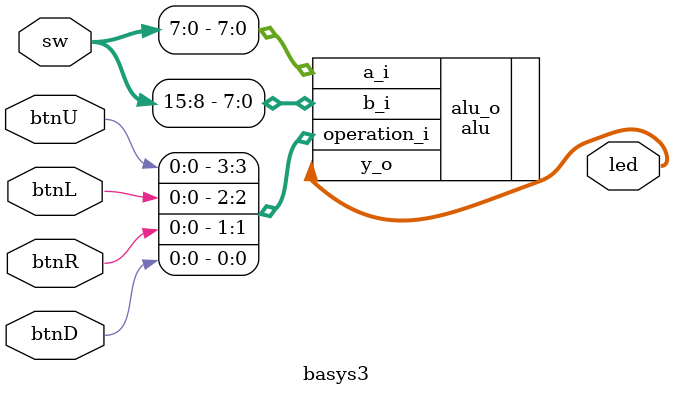
<source format=sv>
module basys3(
  // TODO
  input  logic [15:0] sw,
  input  logic       btnU,
  input  logic       btnL,
  input  logic       btnR,
  input  logic       btnD,
  output logic [7:0] led
);

// TODO
alu alu_o(
  .a_i(sw [7:0]),
  .b_i(sw [15:8]),
  .operation_i({btnU, btnL, btnR, btnD}),
  .y_o(led)
);

endmodule
</source>
